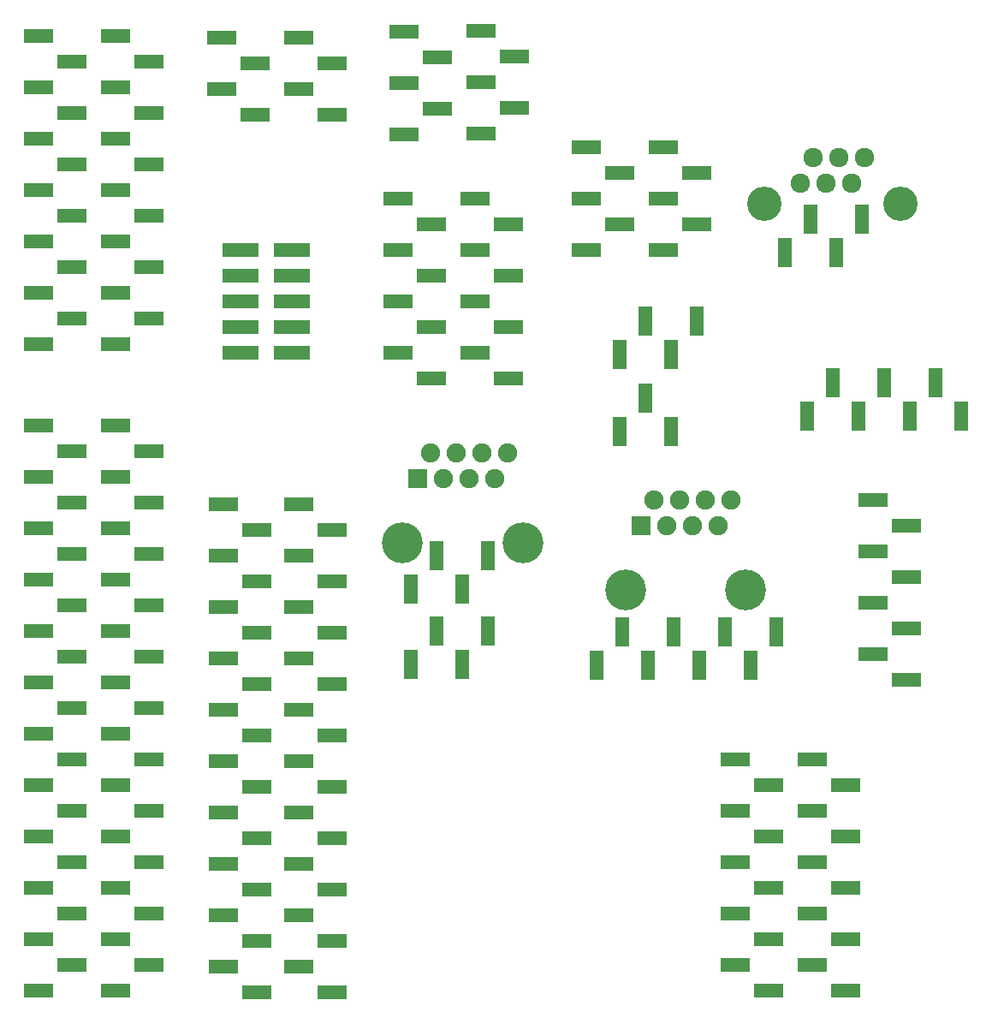
<source format=gbs>
%MOIN*%
%OFA0B0*%
%FSLAX46Y46*%
%IPPOS*%
%LPD*%
%ADD10C,0.0039370078740157488*%
%ADD21C,0.0039370078740157488*%
%ADD22R,0.11456692913385828X0.055118110236220472*%
%ADD23C,0.0039370078740157488*%
%ADD24R,0.13976377952755906X0.055118110236220472*%
%ADD25C,0.0039370078740157488*%
%ADD26R,0.11456692913385828X0.055118110236220472*%
%ADD27C,0.0039370078740157488*%
%ADD28R,0.11456692913385828X0.055118110236220472*%
%ADD29C,0.0039370078740157488*%
%ADD30R,0.11456692913385828X0.055118110236220472*%
%ADD31C,0.0039370078740157488*%
%ADD32R,0.11456692913385828X0.055118110236220472*%
%ADD33C,0.0039370078740157488*%
%ADD34R,0.11456692913385828X0.055118110236220472*%
%ADD35C,0.0039370078740157488*%
%ADD36R,0.11456692913385828X0.055118110236220472*%
%ADD37C,0.0039370078740157488*%
%ADD38R,0.11456692913385828X0.055118110236220472*%
%ADD39C,0.0039370078740157488*%
%ADD40R,0.11456692913385828X0.055118110236220472*%
%ADD41C,0.0039370078740157488*%
%ADD42C,0.075590551181102361*%
%ADD43C,0.13385826771653545*%
%ADD44R,0.055118110236220472X0.11456692913385828*%
%ADD45C,0.0039370078740157488*%
%ADD46C,0.15944881889763779*%
%ADD47R,0.074803149606299218X0.074803149606299218*%
%ADD48C,0.074803149606299218*%
%ADD49R,0.055118110236220472X0.11456692913385828*%
%ADD50C,0.0039370078740157488*%
%ADD51C,0.15944881889763779*%
%ADD52R,0.074803149606299218X0.074803149606299218*%
%ADD53C,0.074803149606299218*%
%ADD54R,0.055118110236220472X0.11456692913385828*%
%ADD55C,0.0039370078740157488*%
%ADD56R,0.055118110236220472X0.11456692913385828*%
%ADD57C,0.0039370078740157488*%
%ADD58R,0.055118110236220472X0.11456692913385828*%
G01G01*
D10*
G04 next file*
G04 #@! TF.FileFunction,Soldermask,Bot*
G04 Gerber Fmt 4.6, Leading zero omitted, Abs format (unit mm)*
G04 Created by KiCad (PCBNEW 4.0.7-e2-6376~58~ubuntu16.04.1) date Sat Jan 13 09:32:06 2018*
G01G01*
G04 APERTURE LIST*
G04 APERTURE END LIST*
D21*
D22*
X-0002440944Y0005807086D02*
X0003474212Y0001912086D03*
X0003474212Y0001712086D03*
X0003474212Y0001512086D03*
X0003474212Y0001312086D03*
X0003343897Y0002012086D03*
X0003343897Y0001812086D03*
X0003343897Y0001612086D03*
X0003343897Y0001412086D03*
G04 next file*
G04 #@! TF.FileFunction,Soldermask,Bot*
G04 Gerber Fmt 4.6, Leading zero omitted, Abs format (unit mm)*
G04 Created by KiCad (PCBNEW 4.0.7-e2-6376~58~ubuntu16.04.1) date Sat Jan 13 09:35:41 2018*
G01G01*
G04 APERTURE LIST*
G04 APERTURE END LIST*
D23*
D24*
X-0004862204Y0006870078D02*
X0001081614Y0002985078D03*
X0000882795Y0002985078D03*
X0001081614Y0002885078D03*
X0000882795Y0002885078D03*
X0001081614Y0002785078D03*
X0000882795Y0002785078D03*
X0001081614Y0002685078D03*
X0000882795Y0002685078D03*
X0001081614Y0002585078D03*
X0000882795Y0002585078D03*
G04 next file*
G04 #@! TF.FileFunction,Soldermask,Bot*
G04 Gerber Fmt 4.6, Leading zero omitted, Abs format (unit mm)*
G04 Created by KiCad (PCBNEW 4.0.7-e2-6376~58~ubuntu16.04.1) date Sat Jan 13 09:37:07 2018*
G01G01*
G04 APERTURE LIST*
G04 APERTURE END LIST*
D25*
D26*
X-0005157480Y0007795275D02*
X0000937519Y0003711259D03*
X0000937519Y0003511259D03*
X0000807204Y0003811259D03*
X0000807204Y0003611259D03*
X0001237519Y0003710275D03*
X0001237519Y0003510275D03*
X0001107204Y0003810275D03*
X0001107204Y0003610275D03*
G04 next file*
G04 #@! TF.FileFunction,Soldermask,Bot*
G04 Gerber Fmt 4.6, Leading zero omitted, Abs format (unit mm)*
G04 Created by KiCad (PCBNEW 4.0.7-e2-6376~58~ubuntu16.04.1) date Sat Jan 13 09:41:55 2018*
G01G01*
G04 APERTURE LIST*
G04 APERTURE END LIST*
D27*
D28*
X-0003602362Y0007775590D02*
X0001647952Y0003735590D03*
X0001647952Y0003535590D03*
X0001517637Y0003835590D03*
X0001517637Y0003635590D03*
X0001517637Y0003435590D03*
X0001947637Y0003736574D03*
X0001947637Y0003536574D03*
X0001817322Y0003836574D03*
X0001817322Y0003636574D03*
X0001817322Y0003436574D03*
G04 next file*
G04 #@! TF.FileFunction,Soldermask,Bot*
G04 Gerber Fmt 4.6, Leading zero omitted, Abs format (unit mm)*
G04 Created by KiCad (PCBNEW 4.0.7-e2-6376~58~ubuntu16.04.1) date Sat Jan 13 09:41:31 2018*
G01G01*
G04 APERTURE LIST*
G04 APERTURE END LIST*
D29*
D30*
X-0002125984Y0007224409D02*
X0002359330Y0003284409D03*
X0002359330Y0003084409D03*
X0002229015Y0003384409D03*
X0002229015Y0003184409D03*
X0002229015Y0002984409D03*
X0002659330Y0003284409D03*
X0002659330Y0003084409D03*
X0002529015Y0003384409D03*
X0002529015Y0003184409D03*
X0002529015Y0002984409D03*
G04 next file*
G04 #@! TF.FileFunction,Soldermask,Bot*
G04 Gerber Fmt 4.6, Leading zero omitted, Abs format (unit mm)*
G04 Created by KiCad (PCBNEW 4.0.7-e2-6376~58~ubuntu16.04.1) date Sat Jan 13 09:42:42 2018*
G01G01*
G04 APERTURE LIST*
G04 APERTURE END LIST*
D31*
D32*
X-0004133858Y0006968503D02*
X0001626456Y0003083503D03*
X0001626456Y0002883503D03*
X0001626456Y0002683503D03*
X0001626456Y0002483503D03*
X0001496141Y0003183503D03*
X0001496141Y0002983503D03*
X0001496141Y0002783503D03*
X0001496141Y0002583503D03*
X0001926456Y0003083503D03*
X0001926456Y0002883503D03*
X0001926456Y0002683503D03*
X0001926456Y0002483503D03*
X0001796141Y0003183503D03*
X0001796141Y0002983503D03*
X0001796141Y0002783503D03*
X0001796141Y0002583503D03*
G04 next file*
G04 #@! TF.FileFunction,Soldermask,Bot*
G04 Gerber Fmt 4.6, Leading zero omitted, Abs format (unit mm)*
G04 Created by KiCad (PCBNEW 4.0.7-e2-6376~58~ubuntu16.04.1) date Sat Jan 13 09:44:16 2018*
G01G01*
G04 APERTURE LIST*
G04 APERTURE END LIST*
D33*
D34*
X-0002814960Y0004685039D02*
X0002940354Y0000900039D03*
X0002940354Y0000700039D03*
X0002940354Y0000500039D03*
X0002940354Y0000300039D03*
X0002940354Y0000100039D03*
X0002810039Y0001000039D03*
X0002810039Y0000800039D03*
X0002810039Y0000600039D03*
X0002810039Y0000400039D03*
X0002810039Y0000200039D03*
X0003240039Y0000900039D03*
X0003240039Y0000700039D03*
X0003240039Y0000500039D03*
X0003240039Y0000300039D03*
X0003240039Y0000100039D03*
X0003109724Y0001000039D03*
X0003109724Y0000800039D03*
X0003109724Y0000600039D03*
X0003109724Y0000400039D03*
X0003109724Y0000200039D03*
G04 next file*
G04 #@! TF.FileFunction,Soldermask,Bot*
G04 Gerber Fmt 4.6, Leading zero omitted, Abs format (unit mm)*
G04 Created by KiCad (PCBNEW 4.0.7-e2-6376~58~ubuntu16.04.1) date Sat Jan 13 09:58:48 2018*
G01G01*
G04 APERTURE LIST*
G04 APERTURE END LIST*
D35*
D36*
X-0006003937Y0007342519D02*
X0000526377Y0003717519D03*
X0000526377Y0003517519D03*
X0000526377Y0003317519D03*
X0000526377Y0003117519D03*
X0000526377Y0002917519D03*
X0000526377Y0002717519D03*
X0000396062Y0003817519D03*
X0000396062Y0003617519D03*
X0000396062Y0003417519D03*
X0000396062Y0003217519D03*
X0000396062Y0003017519D03*
X0000396062Y0002817519D03*
X0000396062Y0002617519D03*
X0000226377Y0003717519D03*
X0000226377Y0003517519D03*
X0000226377Y0003317519D03*
X0000226377Y0003117519D03*
X0000226377Y0002917519D03*
X0000226377Y0002717519D03*
X0000096062Y0003817519D03*
X0000096062Y0003617519D03*
X0000096062Y0003417519D03*
X0000096062Y0003217519D03*
X0000096062Y0003017519D03*
X0000096062Y0002817519D03*
X0000096062Y0002617519D03*
G04 next file*
G04 #@! TF.FileFunction,Soldermask,Bot*
G04 Gerber Fmt 4.6, Leading zero omitted, Abs format (unit mm)*
G04 Created by KiCad (PCBNEW 4.0.7-e2-6376~58~ubuntu16.04.1) date Sat Jan 13 09:46:35 2018*
G01G01*
G04 APERTURE LIST*
G04 APERTURE END LIST*
D37*
D38*
X-0005236220Y0005177165D02*
X0001238779Y0001893149D03*
X0001238779Y0001693149D03*
X0001238779Y0001493149D03*
X0001238779Y0001293149D03*
X0001238779Y0001093149D03*
X0001238779Y0000893149D03*
X0001238779Y0000693149D03*
X0001238779Y0000493149D03*
X0001238779Y0000293149D03*
X0001238779Y0000093149D03*
X0001108464Y0001993149D03*
X0001108464Y0001793149D03*
X0001108464Y0001593149D03*
X0001108464Y0001393149D03*
X0001108464Y0001193149D03*
X0001108464Y0000993149D03*
X0001108464Y0000793149D03*
X0001108464Y0000593149D03*
X0001108464Y0000393149D03*
X0001108464Y0000193149D03*
X0000944094Y0001893149D03*
X0000944094Y0001693149D03*
X0000944094Y0001493149D03*
X0000944094Y0001293149D03*
X0000944094Y0001093149D03*
X0000944094Y0000893149D03*
X0000944094Y0000693149D03*
X0000944094Y0000493149D03*
X0000944094Y0000293149D03*
X0000944094Y0000093149D03*
X0000813779Y0001993149D03*
X0000813779Y0001793149D03*
X0000813779Y0001593149D03*
X0000813779Y0001393149D03*
X0000813779Y0001193149D03*
X0000813779Y0000993149D03*
X0000813779Y0000793149D03*
X0000813779Y0000593149D03*
X0000813779Y0000393149D03*
X0000813779Y0000193149D03*
G04 next file*
G04 #@! TF.FileFunction,Soldermask,Bot*
G04 Gerber Fmt 4.6, Leading zero omitted, Abs format (unit mm)*
G04 Created by KiCad (PCBNEW 4.0.7-e2-6376~58~ubuntu16.04.1) date Sat Jan 13 09:47:37 2018*
G01G01*
G04 APERTURE LIST*
G04 APERTURE END LIST*
D39*
D40*
X-0005125000Y0005400000D02*
X0000524999Y0002200000D03*
X0000524999Y0002000000D03*
X0000524999Y0001800000D03*
X0000524999Y0001600000D03*
X0000524999Y0001400000D03*
X0000524999Y0001200000D03*
X0000524999Y0001000000D03*
X0000524999Y0000800000D03*
X0000524999Y0000600000D03*
X0000524999Y0000400000D03*
X0000524999Y0000200000D03*
X0000394684Y0002300000D03*
X0000394684Y0002100000D03*
X0000394684Y0001900000D03*
X0000394684Y0001700000D03*
X0000394684Y0001500000D03*
X0000394684Y0001300000D03*
X0000394684Y0001100000D03*
X0000394684Y0000900000D03*
X0000394684Y0000700000D03*
X0000394684Y0000500000D03*
X0000394684Y0000300000D03*
X0000394684Y0000100000D03*
X0000224999Y0002200000D03*
X0000224999Y0002000000D03*
X0000224999Y0001800000D03*
X0000224999Y0001600000D03*
X0000224999Y0001400000D03*
X0000224999Y0001200000D03*
X0000224999Y0001000000D03*
X0000224999Y0000800000D03*
X0000224999Y0000600000D03*
X0000224999Y0000400000D03*
X0000224999Y0000200000D03*
X0000094684Y0002300000D03*
X0000094684Y0002100000D03*
X0000094684Y0001900000D03*
X0000094684Y0001700000D03*
X0000094684Y0001500000D03*
X0000094684Y0001300000D03*
X0000094684Y0001100000D03*
X0000094684Y0000900000D03*
X0000094684Y0000700000D03*
X0000094684Y0000500000D03*
X0000094684Y0000300000D03*
X0000094684Y0000100000D03*
G04 next file*
G04 #@! TF.FileFunction,Soldermask,Bot*
G04 Gerber Fmt 4.6, Leading zero omitted, Abs format (unit mm)*
G04 Created by KiCad (PCBNEW 4.0.7-e2-6376~58~ubuntu16.04.1) date Sat Jan 13 09:51:46 2018*
G01G01*
G04 APERTURE LIST*
G04 APERTURE END LIST*
D41*
D42*
X-0002696850Y0006712598D02*
X0003212992Y0003342519D03*
X0003112992Y0003342519D03*
X0003312992Y0003342519D03*
X0003062992Y0003242519D03*
X0003162992Y0003242519D03*
X0003262992Y0003242519D03*
D43*
X0003453149Y0003162598D03*
X0002922834Y0003162598D03*
D44*
X0003103149Y0003102755D03*
X0003303149Y0003102755D03*
X0003003149Y0002972440D03*
X0003203149Y0002972440D03*
G04 next file*
G04 #@! TF.FileFunction,Soldermask,Bot*
G04 Gerber Fmt 4.6, Leading zero omitted, Abs format (unit mm)*
G04 Created by KiCad (PCBNEW 4.0.7-e2-6376~58~ubuntu16.04.1) date Sat Jan 13 09:50:08 2018*
G01G01*
G04 APERTURE LIST*
G04 APERTURE END LIST*
D45*
D46*
X-0003405511Y0006043307D02*
X0002849645Y0001659291D03*
X0002382322Y0001659291D03*
D47*
X0002440984Y0001909291D03*
D48*
X0002490984Y0002009291D03*
X0002540984Y0001909291D03*
X0002590984Y0002009291D03*
X0002640984Y0001909291D03*
X0002690984Y0002009291D03*
X0002740984Y0001909291D03*
X0002790984Y0002009291D03*
D49*
X0002369488Y0001498622D03*
X0002569488Y0001498622D03*
X0002769488Y0001498622D03*
X0002969488Y0001498622D03*
X0002269488Y0001368307D03*
X0002469488Y0001368307D03*
X0002669488Y0001368307D03*
X0002869488Y0001368307D03*
G04 next file*
G04 #@! TF.FileFunction,Soldermask,Bot*
G04 Gerber Fmt 4.6, Leading zero omitted, Abs format (unit mm)*
G04 Created by KiCad (PCBNEW 4.0.7-e2-6376~58~ubuntu16.04.1) date Sat Jan 13 09:53:06 2018*
G01G01*
G04 APERTURE LIST*
G04 APERTURE END LIST*
D50*
D51*
X-0004803149Y0005944881D02*
X0001980511Y0001844881D03*
X0001513188Y0001844881D03*
D52*
X0001571850Y0002094881D03*
D53*
X0001621850Y0002194881D03*
X0001671850Y0002094881D03*
X0001721850Y0002194881D03*
X0001771850Y0002094881D03*
X0001821850Y0002194881D03*
X0001871850Y0002094881D03*
X0001921850Y0002194881D03*
D54*
X0001646850Y0001500196D03*
X0001846850Y0001500196D03*
X0001546850Y0001369881D03*
X0001746850Y0001369881D03*
X0001646850Y0001794881D03*
X0001846850Y0001794881D03*
X0001546850Y0001664566D03*
X0001746850Y0001664566D03*
G04 next file*
G04 #@! TF.FileFunction,Soldermask,Bot*
G04 Gerber Fmt 4.6, Leading zero omitted, Abs format (unit mm)*
G04 Created by KiCad (PCBNEW 4.0.7-e2-6376~58~ubuntu16.04.1) date Sat Jan 13 09:54:45 2018*
G01G01*
G04 APERTURE LIST*
G04 APERTURE END LIST*
D55*
D56*
X-0003346456Y0006377952D02*
X0002458543Y0002708267D03*
X0002658543Y0002708267D03*
X0002358543Y0002577952D03*
X0002558543Y0002577952D03*
X0002458543Y0002407952D03*
X0002358543Y0002277637D03*
X0002558543Y0002277637D03*
G04 next file*
G04 #@! TF.FileFunction,Soldermask,Bot*
G04 Gerber Fmt 4.6, Leading zero omitted, Abs format (unit mm)*
G04 Created by KiCad (PCBNEW 4.0.7-e2-6376~58~ubuntu16.04.1) date Sat Jan 13 09:54:03 2018*
G01G01*
G04 APERTURE LIST*
G04 APERTURE END LIST*
D57*
D58*
X-0002460629Y0006377952D02*
X0003189370Y0002468110D03*
X0003389370Y0002468110D03*
X0003589370Y0002468110D03*
X0003089370Y0002337795D03*
X0003289370Y0002337795D03*
X0003489370Y0002337795D03*
X0003689370Y0002337795D03*
M02*
</source>
